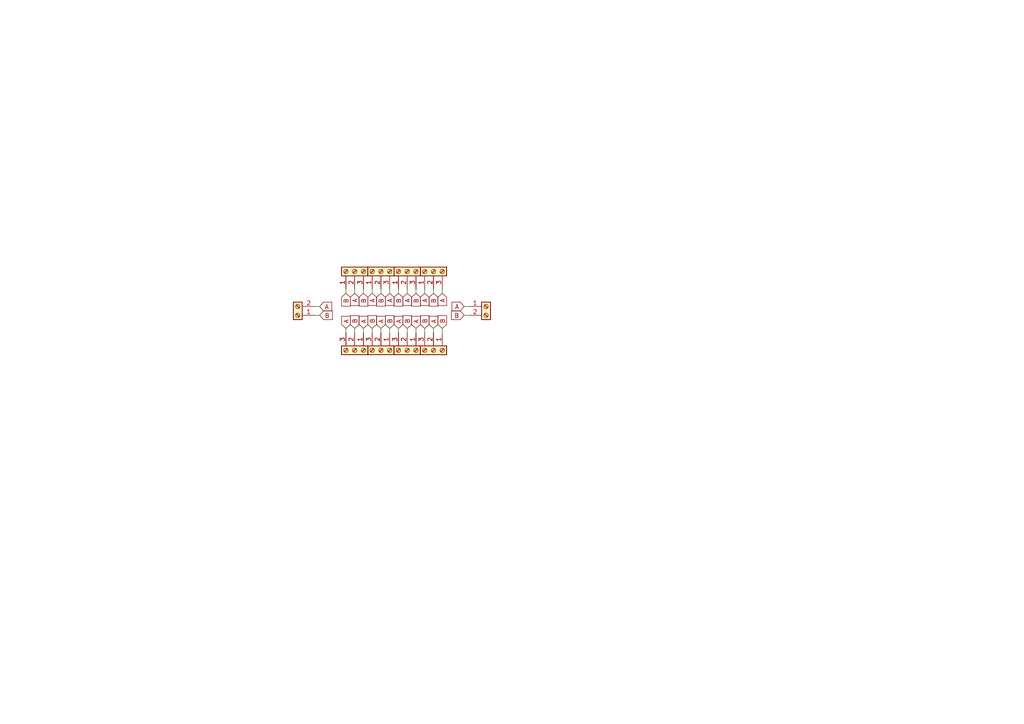
<source format=kicad_sch>
(kicad_sch (version 20231120) (generator "eeschema") (generator_version "8.0")
  (paper "A4")
  (lib_symbols
    (symbol "Connector:Screw_Terminal_01x02" (pin_names (offset 1.016) hide)
      (property "Reference" "J" (at 0 2.54 0))
      (property "Value" "Screw_Terminal_01x02" (at 0 -5.08 0))
      (symbol "Screw_Terminal_01x02_1_1"
        (rectangle (start -1.27 1.27) (end 1.27 -3.81) (stroke (width 0.254)) (fill (type background)))
        (circle (center 0 -2.54) (radius 0.635) (stroke (width 0.1524)))
        (polyline (pts (xy -0.5334 -2.2098) (xy 0.3302 -3.048)) (stroke (width 0.1524)))
        (polyline (pts (xy -0.5334 0.3302) (xy 0.3302 -0.508)) (stroke (width 0.1524)))
        (polyline (pts (xy -0.3556 -2.032) (xy 0.508 -2.8702)) (stroke (width 0.1524)))
        (polyline (pts (xy -0.3556 0.508) (xy 0.508 -0.3302)) (stroke (width 0.1524)))
        (circle (center 0 0) (radius 0.635) (stroke (width 0.1524)))
        (pin passive line (at -5.08 0 0) (length 3.81) (name "Pin_1") (number "1"))
        (pin passive line (at -5.08 -2.54 0) (length 3.81) (name "Pin_2") (number "2"))
      )
    )
    (symbol "Connector:Screw_Terminal_01x03" (pin_names (offset 1.016) hide)
      (property "Reference" "J" (at 0 5.08 0))
      (property "Value" "Screw_Terminal_01x03" (at 0 -5.08 0))
      (symbol "Screw_Terminal_01x03_1_1"
        (rectangle (start -1.27 3.81) (end 1.27 -3.81) (stroke (width 0.254)) (fill (type background)))
        (circle (center 0 -2.54) (radius 0.635) (stroke (width 0.1524)))
        (polyline (pts (xy -0.5334 -2.2098) (xy 0.3302 -3.048)) (stroke (width 0.1524)))
        (polyline (pts (xy -0.5334 0.3302) (xy 0.3302 -0.508)) (stroke (width 0.1524)))
        (polyline (pts (xy -0.5334 2.8702) (xy 0.3302 2.032)) (stroke (width 0.1524)))
        (polyline (pts (xy -0.3556 -2.032) (xy 0.508 -2.8702)) (stroke (width 0.1524)))
        (polyline (pts (xy -0.3556 0.508) (xy 0.508 -0.3302)) (stroke (width 0.1524)))
        (polyline (pts (xy -0.3556 3.048) (xy 0.508 2.2098)) (stroke (width 0.1524)))
        (circle (center 0 0) (radius 0.635) (stroke (width 0.1524)))
        (circle (center 0 2.54) (radius 0.635) (stroke (width 0.1524)))
        (pin passive line (at -5.08 2.54 0) (length 3.81) (name "Pin_1") (number "1"))
        (pin passive line (at -5.08 0 0) (length 3.81) (name "Pin_2") (number "2"))
        (pin passive line (at -5.08 -2.54 0) (length 3.81) (name "Pin_3") (number "3"))
      )
    )
  )
  (wire (pts (xy 105.41 85.09) (xy 105.41 83.82)))
  (wire (pts (xy 128.27 95.25) (xy 128.27 96.52)))
  (wire (pts (xy 105.41 95.25) (xy 105.41 96.52)))
  (wire (pts (xy 100.33 85.09) (xy 100.33 83.82)))
  (wire (pts (xy 92.71 88.9) (xy 91.44 88.9)))
  (wire (pts (xy 115.57 85.09) (xy 115.57 83.82)))
  (wire (pts (xy 128.27 85.09) (xy 128.27 83.82)))
  (wire (pts (xy 102.87 85.09) (xy 102.87 83.82)))
  (wire (pts (xy 113.03 95.25) (xy 113.03 96.52)))
  (wire (pts (xy 125.73 95.25) (xy 125.73 96.52)))
  (wire (pts (xy 134.62 91.44) (xy 135.89 91.44)))
  (wire (pts (xy 134.62 88.9) (xy 135.89 88.9)))
  (wire (pts (xy 120.65 95.25) (xy 120.65 96.52)))
  (wire (pts (xy 100.33 95.25) (xy 100.33 96.52)))
  (wire (pts (xy 118.11 85.09) (xy 118.11 83.82)))
  (wire (pts (xy 113.03 85.09) (xy 113.03 83.82)))
  (wire (pts (xy 110.49 85.09) (xy 110.49 83.82)))
  (wire (pts (xy 120.65 85.09) (xy 120.65 83.82)))
  (wire (pts (xy 125.73 85.09) (xy 125.73 83.82)))
  (wire (pts (xy 92.71 91.44) (xy 91.44 91.44)))
  (wire (pts (xy 110.49 95.25) (xy 110.49 96.52)))
  (wire (pts (xy 107.95 95.25) (xy 107.95 96.52)))
  (wire (pts (xy 118.11 95.25) (xy 118.11 96.52)))
  (wire (pts (xy 123.19 95.25) (xy 123.19 96.52)))
  (wire (pts (xy 102.87 95.25) (xy 102.87 96.52)))
  (wire (pts (xy 107.95 85.09) (xy 107.95 83.82)))
  (wire (pts (xy 115.57 95.25) (xy 115.57 96.52)))
  (wire (pts (xy 123.19 85.09) (xy 123.19 83.82)))
  (global_label "B" (shape input) (at 120.65 85.09 270) (property "Intersheetrefs" "${INTERSHEET_REFS}" (effects (hide yes))))
  (global_label "A" (shape input) (at 100.33 95.25 90) (property "Intersheetrefs" "${INTERSHEET_REFS}" (effects (hide yes))))
  (global_label "A" (shape input) (at 115.57 95.25 90) (property "Intersheetrefs" "${INTERSHEET_REFS}" (effects (hide yes))))
  (global_label "B" (shape input) (at 102.87 95.25 90) (property "Intersheetrefs" "${INTERSHEET_REFS}" (effects (hide yes))))
  (global_label "A" (shape input) (at 134.62 88.9 180) (property "Intersheetrefs" "${INTERSHEET_REFS}" (effects (hide yes))))
  (global_label "A" (shape input) (at 107.95 85.09 270) (property "Intersheetrefs" "${INTERSHEET_REFS}" (effects (hide yes))))
  (global_label "B" (shape input) (at 123.19 95.25 90) (property "Intersheetrefs" "${INTERSHEET_REFS}" (effects (hide yes))))
  (global_label "B" (shape input) (at 128.27 95.25 90) (property "Intersheetrefs" "${INTERSHEET_REFS}" (effects (hide yes))))
  (global_label "B" (shape input) (at 110.49 85.09 270) (property "Intersheetrefs" "${INTERSHEET_REFS}" (effects (hide yes))))
  (global_label "A" (shape input) (at 105.41 95.25 90) (property "Intersheetrefs" "${INTERSHEET_REFS}" (effects (hide yes))))
  (global_label "B" (shape input) (at 115.57 85.09 270) (property "Intersheetrefs" "${INTERSHEET_REFS}" (effects (hide yes))))
  (global_label "B" (shape input) (at 134.62 91.44 180) (property "Intersheetrefs" "${INTERSHEET_REFS}" (effects (hide yes))))
  (global_label "A" (shape input) (at 120.65 95.25 90) (property "Intersheetrefs" "${INTERSHEET_REFS}" (effects (hide yes))))
  (global_label "A" (shape input) (at 123.19 85.09 270) (property "Intersheetrefs" "${INTERSHEET_REFS}" (effects (hide yes))))
  (global_label "A" (shape input) (at 118.11 85.09 270) (property "Intersheetrefs" "${INTERSHEET_REFS}" (effects (hide yes))))
  (global_label "A" (shape input) (at 125.73 95.25 90) (property "Intersheetrefs" "${INTERSHEET_REFS}" (effects (hide yes))))
  (global_label "B" (shape input) (at 113.03 95.25 90) (property "Intersheetrefs" "${INTERSHEET_REFS}" (effects (hide yes))))
  (global_label "A" (shape input) (at 102.87 85.09 270) (property "Intersheetrefs" "${INTERSHEET_REFS}" (effects (hide yes))))
  (global_label "A" (shape input) (at 113.03 85.09 270) (property "Intersheetrefs" "${INTERSHEET_REFS}" (effects (hide yes))))
  (global_label "B" (shape input) (at 125.73 85.09 270) (property "Intersheetrefs" "${INTERSHEET_REFS}" (effects (hide yes))))
  (global_label "B" (shape input) (at 118.11 95.25 90) (property "Intersheetrefs" "${INTERSHEET_REFS}" (effects (hide yes))))
  (global_label "A" (shape input) (at 110.49 95.25 90) (property "Intersheetrefs" "${INTERSHEET_REFS}" (effects (hide yes))))
  (global_label "A" (shape input) (at 128.27 85.09 270) (property "Intersheetrefs" "${INTERSHEET_REFS}" (effects (hide yes))))
  (global_label "B" (shape input) (at 105.41 85.09 270) (property "Intersheetrefs" "${INTERSHEET_REFS}" (effects (hide yes))))
  (global_label "A" (shape input) (at 92.71 88.9 0) (property "Intersheetrefs" "${INTERSHEET_REFS}" (effects (hide yes))))
  (global_label "B" (shape input) (at 92.71 91.44 0) (property "Intersheetrefs" "${INTERSHEET_REFS}" (effects (hide yes))))
  (global_label "B" (shape input) (at 107.95 95.25 90) (property "Intersheetrefs" "${INTERSHEET_REFS}" (effects (hide yes))))
  (global_label "B" (shape input) (at 100.33 85.09 270) (property "Intersheetrefs" "${INTERSHEET_REFS}" (effects (hide yes))))
  (symbol (lib_id "Connector:Screw_Terminal_01x03") (at 102.87 101.6 270) (unit 1)
    (property "Reference" "J3" (effects (hide yes)))
    (property "Value" "Screw_Terminal_01x03" (effects (hide yes)))
    (property "Footprint" "TerminalBlock_Phoenix:TerminalBlock_Phoenix_MKDS-1,5-3-5.08_1x03_P5.08mm_Horizontal" (effects (hide yes)))
    (property "JLCPCB Part#" "C7471347" (effects (hide yes)))
  )
  (symbol (lib_id "Connector:Screw_Terminal_01x03") (at 110.49 78.74 90) (unit 1)
    (property "Reference" "J4" (effects (hide yes)))
    (property "Value" "Screw_Terminal_01x03" (effects (hide yes)))
    (property "Footprint" "TerminalBlock_Phoenix:TerminalBlock_Phoenix_MKDS-1,5-3-5.08_1x03_P5.08mm_Horizontal" (effects (hide yes)))
    (property "JLCPCB Part#" "C7471347" (effects (hide yes)))
  )
  (symbol (lib_id "Connector:Screw_Terminal_01x03") (at 125.73 78.74 90) (unit 1)
    (property "Reference" "J8" (effects (hide yes)))
    (property "Value" "Screw_Terminal_01x03" (effects (hide yes)))
    (property "Footprint" "TerminalBlock_Phoenix:TerminalBlock_Phoenix_MKDS-1,5-3-5.08_1x03_P5.08mm_Horizontal" (effects (hide yes)))
    (property "JLCPCB Part#" "C7471347" (effects (hide yes)))
  )
  (symbol (lib_id "Connector:Screw_Terminal_01x02") (at 86.36 91.44 180) (unit 1)
    (property "Reference" "J1" (effects (hide yes)))
    (property "Value" "Screw_Terminal_01x02" (effects (hide yes)))
    (property "Footprint" "TerminalBlock_Phoenix:TerminalBlock_Phoenix_MKDS-1,5-2-5.08_1x02_P5.08mm_Horizontal" (effects (hide yes)))
    (property "JLCPCB Part#" "C7471346" (effects (hide yes)))
  )
  (symbol (lib_id "Connector:Screw_Terminal_01x03") (at 110.49 101.6 270) (unit 1)
    (property "Reference" "J5" (effects (hide yes)))
    (property "Value" "Screw_Terminal_01x03" (effects (hide yes)))
    (property "Footprint" "TerminalBlock_Phoenix:TerminalBlock_Phoenix_MKDS-1,5-3-5.08_1x03_P5.08mm_Horizontal" (effects (hide yes)))
    (property "Field5JLCPCB Part#" "C7471347" (effects (hide yes)))
  )
  (symbol (lib_id "Connector:Screw_Terminal_01x03") (at 125.73 101.6 270) (unit 1)
    (property "Reference" "J9" (effects (hide yes)))
    (property "Value" "Screw_Terminal_01x03" (effects (hide yes)))
    (property "Footprint" "TerminalBlock_Phoenix:TerminalBlock_Phoenix_MKDS-1,5-3-5.08_1x03_P5.08mm_Horizontal" (effects (hide yes)))
    (property "JLCPCB Part#" "C7471347" (effects (hide yes)))
  )
  (symbol (lib_id "Connector:Screw_Terminal_01x03") (at 102.87 78.74 90) (unit 1)
    (property "Reference" "J2" (effects (hide yes)))
    (property "Value" "Screw_Terminal_01x03" (effects (hide yes)))
    (property "Footprint" "TerminalBlock_Phoenix:TerminalBlock_Phoenix_MKDS-1,5-3-5.08_1x03_P5.08mm_Horizontal" (effects (hide yes)))
    (property "JLCPCB Part#" "C7471347" (effects (hide yes)))
  )
  (symbol (lib_id "Connector:Screw_Terminal_01x03") (at 118.11 78.74 90) (unit 1)
    (property "Reference" "J6" (effects (hide yes)))
    (property "Value" "Screw_Terminal_01x03" (effects (hide yes)))
    (property "Footprint" "TerminalBlock_Phoenix:TerminalBlock_Phoenix_MKDS-1,5-3-5.08_1x03_P5.08mm_Horizontal" (effects (hide yes)))
    (property "JLCPCB Part#" "C7471347" (effects (hide yes)))
  )
  (symbol (lib_id "Connector:Screw_Terminal_01x03") (at 118.11 101.6 270) (unit 1)
    (property "Reference" "J7" (effects (hide yes)))
    (property "Value" "Screw_Terminal_01x03" (effects (hide yes)))
    (property "Footprint" "TerminalBlock_Phoenix:TerminalBlock_Phoenix_MKDS-1,5-3-5.08_1x03_P5.08mm_Horizontal" (effects (hide yes)))
    (property "JLCPCB Part#" "C7471347" (effects (hide yes)))
  )
  (symbol (lib_id "Connector:Screw_Terminal_01x02") (at 140.97 88.9 0) (unit 1)
    (property "Reference" "J10" (effects (hide yes)))
    (property "Value" "Screw_Terminal_01x02" (effects (hide yes)))
    (property "Footprint" "TerminalBlock_Phoenix:TerminalBlock_Phoenix_MKDS-1,5-2-5.08_1x02_P5.08mm_Horizontal" (effects (hide yes)))
    (property "JLCPCB Part#" "C7471346" (effects (hide yes)))
  )
)
</source>
